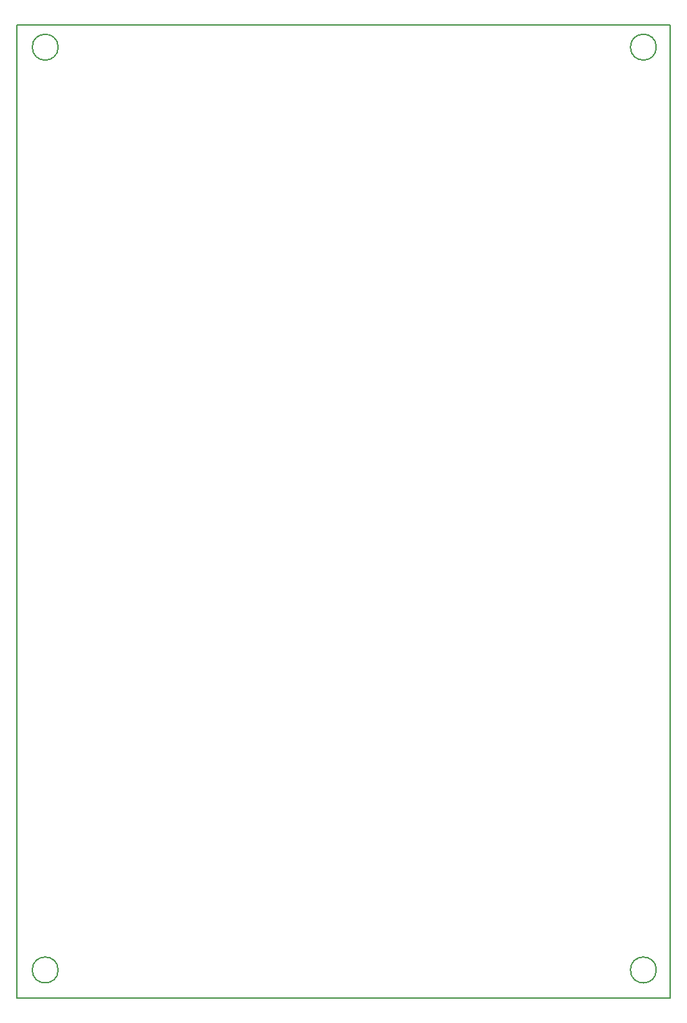
<source format=gbr>
%TF.GenerationSoftware,KiCad,Pcbnew,7.0.8*%
%TF.CreationDate,2023-10-18T13:58:38-03:00*%
%TF.ProjectId,FirstBoard,46697273-7442-46f6-9172-642e6b696361,rev?*%
%TF.SameCoordinates,Original*%
%TF.FileFunction,Profile,NP*%
%FSLAX46Y46*%
G04 Gerber Fmt 4.6, Leading zero omitted, Abs format (unit mm)*
G04 Created by KiCad (PCBNEW 7.0.8) date 2023-10-18 13:58:38*
%MOMM*%
%LPD*%
G01*
G04 APERTURE LIST*
%TA.AperFunction,Profile*%
%ADD10C,0.200000*%
%TD*%
G04 APERTURE END LIST*
D10*
X46325000Y-179000000D02*
G75*
G03*
X46325000Y-179000000I-1625000J0D01*
G01*
X121445000Y-179000000D02*
G75*
G03*
X121445000Y-179000000I-1625000J0D01*
G01*
X121445000Y-63140000D02*
G75*
G03*
X121445000Y-63140000I-1625000J0D01*
G01*
X41180000Y-60392616D02*
X123183126Y-60392616D01*
X123183126Y-182500000D01*
X41180000Y-182500000D01*
X41180000Y-60392616D01*
X46325000Y-63140000D02*
G75*
G03*
X46325000Y-63140000I-1625000J0D01*
G01*
M02*

</source>
